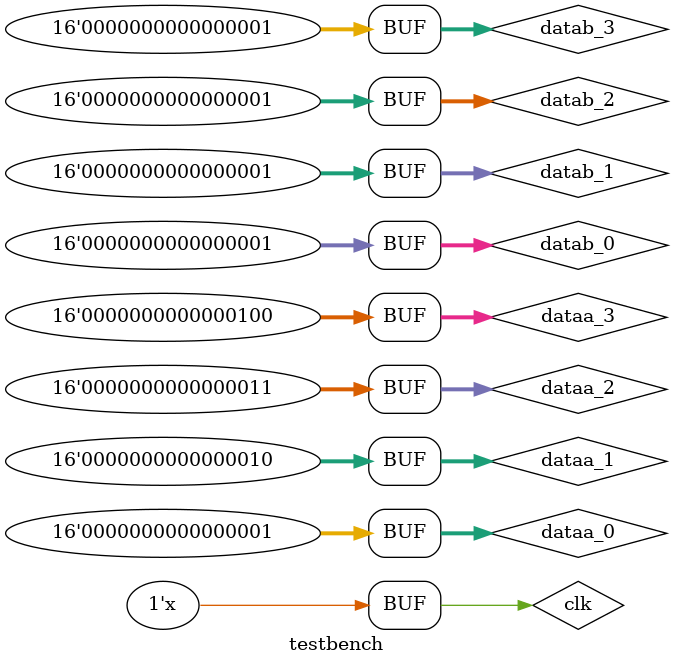
<source format=v>
`timescale 1ns / 1ps

module testbench ();

reg clk;
reg [15:0] X,Y;

reg [15:0] dataa_0, datab_0, dataa_1, datab_1, dataa_2, datab_2, dataa_3, datab_3;
wire [31:0] result;

initial begin

	clk = 0;
	//X <= 5; Y <= 5; 
	
	dataa_0 <= 1; datab_0 <= 1;
	dataa_1 <= 2; datab_1 <= 1;
	dataa_2 <= 3; datab_2 <= 1;
	dataa_3 <= 4; datab_3 <= 1;
	
end



always
	#20 begin
	
	clk = !clk;
	//if()
	//X <= X + 1; Y <= Y + 1;
	
	
end


//mac1 U1(clk, X , Y, result);
	muladd  M1(clk,dataa_0,	dataa_1,	dataa_2,	dataa_3,	
	datab_0,	datab_1,	datab_2,	datab_3,
	result);



endmodule
</source>
